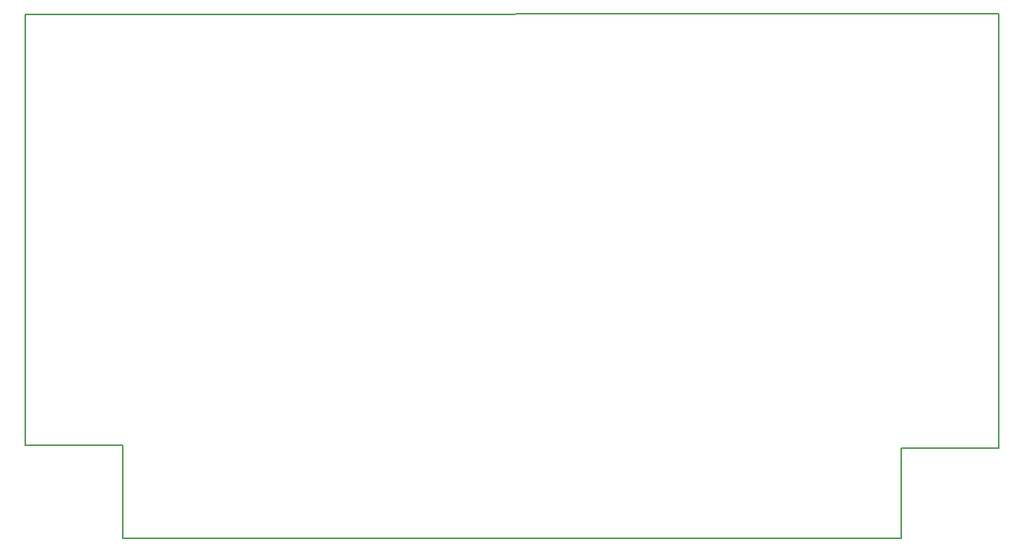
<source format=gbr>
G04 #@! TF.GenerationSoftware,KiCad,Pcbnew,5.0-dev-unknown-997d4de~62~ubuntu17.10.1*
G04 #@! TF.CreationDate,2018-02-23T16:33:40-08:00*
G04 #@! TF.ProjectId,Carrier_Board,436172726965725F426F6172642E6B69,rev?*
G04 #@! TF.SameCoordinates,Original*
G04 #@! TF.FileFunction,Profile,NP*
%FSLAX46Y46*%
G04 Gerber Fmt 4.6, Leading zero omitted, Abs format (unit mm)*
G04 Created by KiCad (PCBNEW 5.0-dev-unknown-997d4de~62~ubuntu17.10.1) date Fri Feb 23 16:33:40 2018*
%MOMM*%
%LPD*%
G01*
G04 APERTURE LIST*
%ADD10C,0.150000*%
G04 APERTURE END LIST*
D10*
X199400000Y-68475000D02*
X85300000Y-68625000D01*
X85250000Y-119100000D02*
X85300000Y-68625000D01*
X96675000Y-119100000D02*
X85250000Y-119100000D01*
X96675000Y-130050000D02*
X96675000Y-119100000D01*
X199425000Y-119450000D02*
X199400000Y-68475000D01*
X187950000Y-119450000D02*
X199425000Y-119450000D01*
X187950000Y-130050000D02*
X187950000Y-119450000D01*
X96675000Y-130050000D02*
X187950000Y-130050000D01*
M02*

</source>
